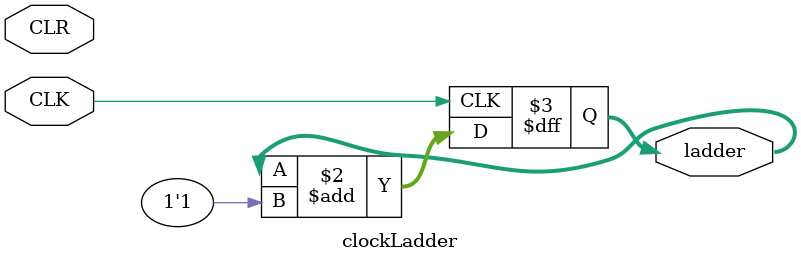
<source format=sv>
module clockLadder ( 
  input CLK, CLR,
  output logic [31:0] ladder
) ;

  always_ff @ (posedge CLK)
    ladder <= ladder + 1'b1;
  endmodule
</source>
